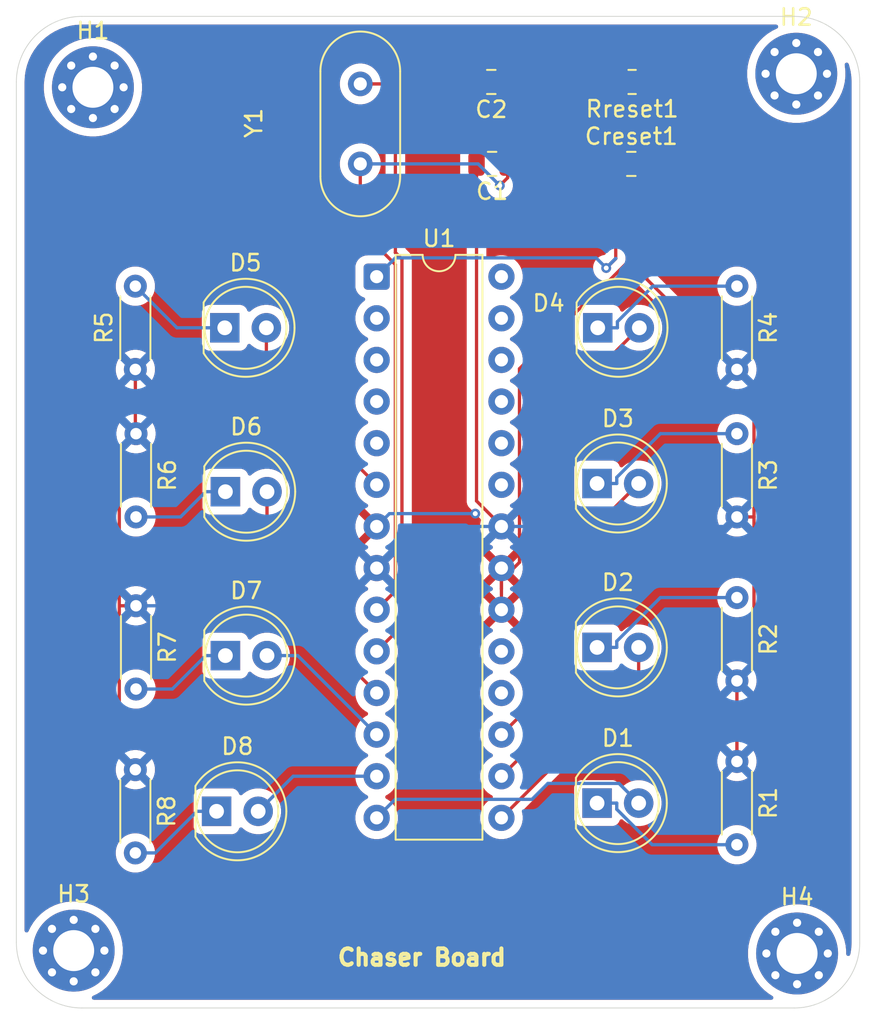
<source format=kicad_pcb>
(kicad_pcb (version 20241229) (generator "pcbnew") (generator_version "9.0")
  (layers (0 "F.Cu" signal) (2 "B.Cu" signal) (13 "F.Paste" user) (15 "B.Paste" user) (5 "F.SilkS" user "F.Silkscreen") (7 "B.SilkS" user "B.Silkscreen") (1 "F.Mask" user) (3 "B.Mask" user) (25 "Edge.Cuts" user))
  (net 0 "")
  (net 1 "GND")
  (net 2 "Net-(U1-XTAL1{slash}PB6)")
  (net 3 "Net-(U1-XTAL2{slash}PB7)")
  (net 4 "Net-(U1-~{RESET}{slash}PC6)")
  (net 5 "Net-(D1-K)")
  (net 6 "d1")
  (net 7 "Net-(D2-K)")
  (net 8 "d2")
  (net 9 "d3")
  (net 10 "Net-(D3-K)")
  (net 11 "d4")
  (net 12 "Net-(D4-K)")
  (net 13 "d5")
  (net 14 "Net-(D5-K)")
  (net 15 "d6")
  (net 16 "Net-(D6-K)")
  (net 17 "d7")
  (net 18 "Net-(D7-K)")
  (net 19 "Net-(D8-K)")
  (net 20 "d8")
  (net 21 "+5V")
  (footprint "LED_THT:LED_D5.0mm" (layer "F.Cu") (at 120.46 94)
    (property "Reference" "D2" (at 1.27 -3.96 0) (layer "F.SilkS"))
    (property "Value" "LED")
    (fp_line (start -1.29 -1.545) (end -1.29 1.545) (stroke (width 0.12)) (layer "F.SilkS"))
    (fp_arc (start -1.29 -1.54483) (mid 2.071779 -2.880495) (end 4.26 0) (stroke (width 0.12)) (layer "F.SilkS"))
    (fp_arc (start 4.26 0) (mid 2.071779 2.880495) (end -1.29 1.54483) (stroke (width 0.12)) (layer "F.SilkS"))
    (fp_circle (center 1.27 0) (end 3.77 0) (stroke (width 0.12)) (fill no) (layer "F.SilkS"))
    (pad "1" thru_hole rect (at 0 0) (size 1.8 1.8) (drill 0.9) (layers "*.Cu" "*.Mask") (net 7 "Net-(D2-K)"))
    (pad "2" thru_hole circle (at 2.54 0) (size 1.8 1.8) (drill 0.9) (layers "*.Cu" "*.Mask") (net 8 "d2"))
  )
  (footprint "Resistor_SMD:R_0805_2012Metric_Pad1.20x1.40mm_HandSolder" (layer "F.Cu") (at 122.6 59.5 180)
    (property "Reference" "Rreset1" (at 0 -1.65 0) (layer "F.SilkS"))
    (property "Value" "10k")
    (fp_line (start -0.227064 0.735) (end 0.227064 0.735) (stroke (width 0.12)) (layer "F.SilkS"))
    (fp_line (start -0.227064 -0.735) (end 0.227064 -0.735) (stroke (width 0.12)) (layer "F.SilkS"))
    (pad "1" smd roundrect (at -1 0 180) (size 1.2 1.4) (layers "F.Cu" "F.Mask" "F.Paste") (roundrect_rratio 0.208333) (net 21 "+5V"))
    (pad "2" smd roundrect (at 1 0 180) (size 1.2 1.4) (layers "F.Cu" "F.Mask" "F.Paste") (roundrect_rratio 0.208333) (net 4 "Net-(U1-~{RESET}{slash}PC6)"))
  )
  (footprint "LED_THT:LED_D5.0mm" (layer "F.Cu") (at 120.46 84)
    (property "Reference" "D3" (at 1.27 -3.96 0) (layer "F.SilkS"))
    (property "Value" "LED")
    (fp_line (start -1.29 -1.545) (end -1.29 1.545) (stroke (width 0.12)) (layer "F.SilkS"))
    (fp_arc (start -1.29 -1.54483) (mid 2.071779 -2.880495) (end 4.26 0) (stroke (width 0.12)) (layer "F.SilkS"))
    (fp_arc (start 4.26 0) (mid 2.071779 2.880495) (end -1.29 1.54483) (stroke (width 0.12)) (layer "F.SilkS"))
    (fp_circle (center 1.27 0) (end 3.77 0) (stroke (width 0.12)) (fill no) (layer "F.SilkS"))
    (pad "1" thru_hole rect (at 0 0) (size 1.8 1.8) (drill 0.9) (layers "*.Cu" "*.Mask") (net 10 "Net-(D3-K)"))
    (pad "2" thru_hole circle (at 2.54 0) (size 1.8 1.8) (drill 0.9) (layers "*.Cu" "*.Mask") (net 9 "d3"))
  )
  (footprint "Resistor_THT:R_Axial_DIN0204_L3.6mm_D1.6mm_P5.08mm_Horizontal" (layer "F.Cu") (at 129 90.96 -90)
    (property "Reference" "R2" (at 2.54 -1.92 90) (layer "F.SilkS"))
    (property "Value" "300")
    (fp_line (start 0.62 0.92) (end 4.46 0.92) (stroke (width 0.12)) (layer "F.SilkS"))
    (fp_line (start 0.62 -0.92) (end 4.46 -0.92) (stroke (width 0.12)) (layer "F.SilkS"))
    (pad "1" thru_hole circle (at 0 0 270) (size 1.4 1.4) (drill 0.7) (layers "*.Cu" "*.Mask") (net 7 "Net-(D2-K)"))
    (pad "2" thru_hole circle (at 5.08 0 270) (size 1.4 1.4) (drill 0.7) (layers "*.Cu" "*.Mask") (net 1 "GND"))
  )
  (footprint "MountingHole:MountingHole_2.5mm_Pad_Via" (layer "F.Cu") (at 88.5 112.5)
    (property "Reference" "H3" (at 0 -3.45 0) (layer "F.SilkS"))
    (property "Value" "MountingHole" (hide yes))
    (pad "1" thru_hole circle (at -1.875 0) (size 0.8 0.8) (drill 0.5) (layers "*.Cu" "*.Mask"))
    (pad "1" thru_hole circle (at -1.325825 -1.325825) (size 0.8 0.8) (drill 0.5) (layers "*.Cu" "*.Mask"))
    (pad "1" thru_hole circle (at -1.325825 1.325825) (size 0.8 0.8) (drill 0.5) (layers "*.Cu" "*.Mask"))
    (pad "1" thru_hole circle (at 0 -1.875) (size 0.8 0.8) (drill 0.5) (layers "*.Cu" "*.Mask"))
    (pad "1" thru_hole circle (at 0 0) (size 5 5) (drill 2.5) (layers "*.Cu" "*.Mask"))
    (pad "1" thru_hole circle (at 0 1.875) (size 0.8 0.8) (drill 0.5) (layers "*.Cu" "*.Mask"))
    (pad "1" thru_hole circle (at 1.325825 -1.325825) (size 0.8 0.8) (drill 0.5) (layers "*.Cu" "*.Mask"))
    (pad "1" thru_hole circle (at 1.325825 1.325825) (size 0.8 0.8) (drill 0.5) (layers "*.Cu" "*.Mask"))
    (pad "1" thru_hole circle (at 1.875 0) (size 0.8 0.8) (drill 0.5) (layers "*.Cu" "*.Mask"))
  )
  (footprint "Crystal:Crystal_HC49-4H_Vertical" (layer "F.Cu") (at 106 64.5 90)
    (property "Reference" "Y1" (at 2.5 -6.5 90) (layer "F.SilkS"))
    (property "Value" "Crystal")
    (fp_line (start -0.76 -2.435) (end 5.64 -2.435) (stroke (width 0.12)) (layer "F.SilkS"))
    (fp_line (start 5.64 2.435) (end -0.76 2.435) (stroke (width 0.12)) (layer "F.SilkS"))
    (fp_arc (start 5.64 -2.435) (mid 8.075 0) (end 5.64 2.435) (stroke (width 0.12)) (layer "F.SilkS"))
    (fp_arc (start -0.76 2.435) (mid -3.195 0) (end -0.76 -2.435) (stroke (width 0.12)) (layer "F.SilkS"))
    (pad "1" thru_hole circle (at 0 0 90) (size 1.5 1.5) (drill 0.8) (layers "*.Cu" "*.Mask") (net 2 "Net-(U1-XTAL1{slash}PB6)"))
    (pad "2" thru_hole circle (at 4.88 0 90) (size 1.5 1.5) (drill 0.8) (layers "*.Cu" "*.Mask") (net 3 "Net-(U1-XTAL2{slash}PB7)"))
  )
  (footprint "LED_THT:LED_D5.0mm" (layer "F.Cu") (at 97.225 104)
    (property "Reference" "D8" (at 1.27 -3.96 0) (layer "F.SilkS"))
    (property "Value" "LED")
    (fp_line (start -1.29 -1.545) (end -1.29 1.545) (stroke (width 0.12)) (layer "F.SilkS"))
    (fp_arc (start -1.29 -1.54483) (mid 2.071779 -2.880495) (end 4.26 0) (stroke (width 0.12)) (layer "F.SilkS"))
    (fp_arc (start 4.26 0) (mid 2.071779 2.880495) (end -1.29 1.54483) (stroke (width 0.12)) (layer "F.SilkS"))
    (fp_circle (center 1.27 0) (end 3.77 0) (stroke (width 0.12)) (fill no) (layer "F.SilkS"))
    (pad "1" thru_hole rect (at 0 0) (size 1.8 1.8) (drill 0.9) (layers "*.Cu" "*.Mask") (net 19 "Net-(D8-K)"))
    (pad "2" thru_hole circle (at 2.54 0) (size 1.8 1.8) (drill 0.9) (layers "*.Cu" "*.Mask") (net 20 "d8"))
  )
  (footprint "MountingHole:MountingHole_2.5mm_Pad_Via" (layer "F.Cu") (at 89.6742 59.8258)
    (property "Reference" "H1" (at 0 -3.45 0) (layer "F.SilkS"))
    (property "Value" "MountingHole" (hide yes))
    (pad "1" thru_hole circle (at -1.875 0) (size 0.8 0.8) (drill 0.5) (layers "*.Cu" "*.Mask"))
    (pad "1" thru_hole circle (at -1.325825 -1.325825) (size 0.8 0.8) (drill 0.5) (layers "*.Cu" "*.Mask"))
    (pad "1" thru_hole circle (at -1.325825 1.325825) (size 0.8 0.8) (drill 0.5) (layers "*.Cu" "*.Mask"))
    (pad "1" thru_hole circle (at 0 -1.875) (size 0.8 0.8) (drill 0.5) (layers "*.Cu" "*.Mask"))
    (pad "1" thru_hole circle (at 0 0) (size 5 5) (drill 2.5) (layers "*.Cu" "*.Mask"))
    (pad "1" thru_hole circle (at 0 1.875) (size 0.8 0.8) (drill 0.5) (layers "*.Cu" "*.Mask"))
    (pad "1" thru_hole circle (at 1.325825 -1.325825) (size 0.8 0.8) (drill 0.5) (layers "*.Cu" "*.Mask"))
    (pad "1" thru_hole circle (at 1.325825 1.325825) (size 0.8 0.8) (drill 0.5) (layers "*.Cu" "*.Mask"))
    (pad "1" thru_hole circle (at 1.875 0) (size 0.8 0.8) (drill 0.5) (layers "*.Cu" "*.Mask"))
  )
  (footprint "LED_THT:LED_D5.0mm" (layer "F.Cu") (at 97.765 94.5)
    (property "Reference" "D7" (at 1.27 -3.96 0) (layer "F.SilkS"))
    (property "Value" "LED")
    (fp_line (start -1.29 -1.545) (end -1.29 1.545) (stroke (width 0.12)) (layer "F.SilkS"))
    (fp_arc (start -1.29 -1.54483) (mid 2.071779 -2.880495) (end 4.26 0) (stroke (width 0.12)) (layer "F.SilkS"))
    (fp_arc (start 4.26 0) (mid 2.071779 2.880495) (end -1.29 1.54483) (stroke (width 0.12)) (layer "F.SilkS"))
    (fp_circle (center 1.27 0) (end 3.77 0) (stroke (width 0.12)) (fill no) (layer "F.SilkS"))
    (pad "1" thru_hole rect (at 0 0) (size 1.8 1.8) (drill 0.9) (layers "*.Cu" "*.Mask") (net 18 "Net-(D7-K)"))
    (pad "2" thru_hole circle (at 2.54 0) (size 1.8 1.8) (drill 0.9) (layers "*.Cu" "*.Mask") (net 17 "d7"))
  )
  (footprint "LED_THT:LED_D5.0mm" (layer "F.Cu") (at 120.5 74.5)
    (property "Reference" "D4" (at -3 -1.5 0) (layer "F.SilkS"))
    (property "Value" "LED")
    (fp_line (start -1.29 -1.545) (end -1.29 1.545) (stroke (width 0.12)) (layer "F.SilkS"))
    (fp_arc (start -1.29 -1.54483) (mid 2.071779 -2.880495) (end 4.26 0) (stroke (width 0.12)) (layer "F.SilkS"))
    (fp_arc (start 4.26 0) (mid 2.071779 2.880495) (end -1.29 1.54483) (stroke (width 0.12)) (layer "F.SilkS"))
    (fp_circle (center 1.27 0) (end 3.77 0) (stroke (width 0.12)) (fill no) (layer "F.SilkS"))
    (pad "1" thru_hole rect (at 0 0) (size 1.8 1.8) (drill 0.9) (layers "*.Cu" "*.Mask") (net 12 "Net-(D4-K)"))
    (pad "2" thru_hole circle (at 2.54 0) (size 1.8 1.8) (drill 0.9) (layers "*.Cu" "*.Mask") (net 11 "d4"))
  )
  (footprint "MountingHole:MountingHole_2.5mm_Pad_Via" (layer "F.Cu") (at 132.6742 112.6742)
    (property "Reference" "H4" (at 0 -3.45 0) (layer "F.SilkS"))
    (property "Value" "MountingHole" (hide yes))
    (pad "1" thru_hole circle (at -1.875 0) (size 0.8 0.8) (drill 0.5) (layers "*.Cu" "*.Mask"))
    (pad "1" thru_hole circle (at -1.325825 -1.325825) (size 0.8 0.8) (drill 0.5) (layers "*.Cu" "*.Mask"))
    (pad "1" thru_hole circle (at -1.325825 1.325825) (size 0.8 0.8) (drill 0.5) (layers "*.Cu" "*.Mask"))
    (pad "1" thru_hole circle (at 0 -1.875) (size 0.8 0.8) (drill 0.5) (layers "*.Cu" "*.Mask"))
    (pad "1" thru_hole circle (at 0 0) (size 5 5) (drill 2.5) (layers "*.Cu" "*.Mask"))
    (pad "1" thru_hole circle (at 0 1.875) (size 0.8 0.8) (drill 0.5) (layers "*.Cu" "*.Mask"))
    (pad "1" thru_hole circle (at 1.325825 -1.325825) (size 0.8 0.8) (drill 0.5) (layers "*.Cu" "*.Mask"))
    (pad "1" thru_hole circle (at 1.325825 1.325825) (size 0.8 0.8) (drill 0.5) (layers "*.Cu" "*.Mask"))
    (pad "1" thru_hole circle (at 1.875 0) (size 0.8 0.8) (drill 0.5) (layers "*.Cu" "*.Mask"))
  )
  (footprint "Resistor_THT:R_Axial_DIN0204_L3.6mm_D1.6mm_P5.08mm_Horizontal" (layer "F.Cu") (at 92.265 101.46 -90)
    (property "Reference" "R8" (at 2.54 -1.92 90) (layer "F.SilkS"))
    (property "Value" "300")
    (fp_line (start 0.62 0.92) (end 4.46 0.92) (stroke (width 0.12)) (layer "F.SilkS"))
    (fp_line (start 0.62 -0.92) (end 4.46 -0.92) (stroke (width 0.12)) (layer "F.SilkS"))
    (pad "1" thru_hole circle (at 0 0 270) (size 1.4 1.4) (drill 0.7) (layers "*.Cu" "*.Mask") (net 1 "GND"))
    (pad "2" thru_hole circle (at 5.08 0 270) (size 1.4 1.4) (drill 0.7) (layers "*.Cu" "*.Mask") (net 19 "Net-(D8-K)"))
  )
  (footprint "Resistor_THT:R_Axial_DIN0204_L3.6mm_D1.6mm_P5.08mm_Horizontal" (layer "F.Cu") (at 129 71.96 -90)
    (property "Reference" "R4" (at 2.54 -1.92 90) (layer "F.SilkS"))
    (property "Value" "300")
    (fp_line (start 0.62 0.92) (end 4.46 0.92) (stroke (width 0.12)) (layer "F.SilkS"))
    (fp_line (start 0.62 -0.92) (end 4.46 -0.92) (stroke (width 0.12)) (layer "F.SilkS"))
    (pad "1" thru_hole circle (at 0 0 270) (size 1.4 1.4) (drill 0.7) (layers "*.Cu" "*.Mask") (net 12 "Net-(D4-K)"))
    (pad "2" thru_hole circle (at 5.08 0 270) (size 1.4 1.4) (drill 0.7) (layers "*.Cu" "*.Mask") (net 1 "GND"))
  )
  (footprint "LED_THT:LED_D5.0mm" (layer "F.Cu") (at 97.725 74.5)
    (property "Reference" "D5" (at 1.27 -3.96 0) (layer "F.SilkS"))
    (property "Value" "LED")
    (fp_line (start -1.29 -1.545) (end -1.29 1.545) (stroke (width 0.12)) (layer "F.SilkS"))
    (fp_arc (start -1.29 -1.54483) (mid 2.071779 -2.880495) (end 4.26 0) (stroke (width 0.12)) (layer "F.SilkS"))
    (fp_arc (start 4.26 0) (mid 2.071779 2.880495) (end -1.29 1.54483) (stroke (width 0.12)) (layer "F.SilkS"))
    (fp_circle (center 1.27 0) (end 3.77 0) (stroke (width 0.12)) (fill no) (layer "F.SilkS"))
    (pad "1" thru_hole rect (at 0 0) (size 1.8 1.8) (drill 0.9) (layers "*.Cu" "*.Mask") (net 14 "Net-(D5-K)"))
    (pad "2" thru_hole circle (at 2.54 0) (size 1.8 1.8) (drill 0.9) (layers "*.Cu" "*.Mask") (net 13 "d5"))
  )
  (footprint "Capacitor_SMD:C_0805_2012Metric" (layer "F.Cu") (at 122.55 64.5)
    (property "Reference" "Creset1" (at 0 -1.68 0) (layer "F.SilkS"))
    (property "Value" "0.1u")
    (fp_line (start -0.261252 -0.735) (end 0.261252 -0.735) (stroke (width 0.12)) (layer "F.SilkS"))
    (fp_line (start -0.261252 0.735) (end 0.261252 0.735) (stroke (width 0.12)) (layer "F.SilkS"))
    (pad "1" smd roundrect (at -0.95 0) (size 1 1.45) (layers "F.Cu" "F.Mask" "F.Paste") (net 4 "Net-(U1-~{RESET}{slash}PC6)"))
    (pad "2" smd roundrect (at 0.95 0) (size 1 1.45) (layers "F.Cu" "F.Mask" "F.Paste") (net 1 "GND"))
  )
  (footprint "LED_THT:LED_D5.0mm" (layer "F.Cu") (at 120.46 103.5)
    (property "Reference" "D1" (at 1.27 -3.96 0) (layer "F.SilkS"))
    (property "Value" "LED")
    (fp_line (start -1.29 -1.545) (end -1.29 1.545) (stroke (width 0.12)) (layer "F.SilkS"))
    (fp_arc (start -1.29 -1.54483) (mid 2.071779 -2.880495) (end 4.26 0) (stroke (width 0.12)) (layer "F.SilkS"))
    (fp_arc (start 4.26 0) (mid 2.071779 2.880495) (end -1.29 1.54483) (stroke (width 0.12)) (layer "F.SilkS"))
    (fp_circle (center 1.27 0) (end 3.77 0) (stroke (width 0.12)) (fill no) (layer "F.SilkS"))
    (pad "1" thru_hole rect (at 0 0) (size 1.8 1.8) (drill 0.9) (layers "*.Cu" "*.Mask") (net 5 "Net-(D1-K)"))
    (pad "2" thru_hole circle (at 2.54 0) (size 1.8 1.8) (drill 0.9) (layers "*.Cu" "*.Mask") (net 6 "d1"))
  )
  (footprint "Capacitor_SMD:C_0805_2012Metric" (layer "F.Cu") (at 114.05 64.5 180)
    (property "Reference" "C1" (at 0 -1.68 0) (layer "F.SilkS"))
    (property "Value" "22p")
    (fp_line (start -0.261252 0.735) (end 0.261252 0.735) (stroke (width 0.12)) (layer "F.SilkS"))
    (fp_line (start -0.261252 -0.735) (end 0.261252 -0.735) (stroke (width 0.12)) (layer "F.SilkS"))
    (pad "1" smd roundrect (at -0.95 0 180) (size 1 1.45) (layers "F.Cu" "F.Mask" "F.Paste") (net 2 "Net-(U1-XTAL1{slash}PB6)"))
    (pad "2" smd roundrect (at 0.95 0 180) (size 1 1.45) (layers "F.Cu" "F.Mask" "F.Paste") (net 1 "GND"))
  )
  (footprint "Package_DIP:DIP-28_W7.62mm" (layer "F.Cu") (at 107 71.38)
    (property "Reference" "U1" (at 3.81 -2.33 0) (layer "F.SilkS"))
    (property "Value" "ATmega328-P")
    (fp_line (start 1.16 -1.33) (end 1.16 34.35) (stroke (width 0.12)) (layer "F.SilkS"))
    (fp_line (start 1.16 34.35) (end 6.46 34.35) (stroke (width 0.12)) (layer "F.SilkS"))
    (fp_line (start 2.81 -1.33) (end 1.16 -1.33) (stroke (width 0.12)) (layer "F.SilkS"))
    (fp_line (start 6.46 -1.33) (end 4.81 -1.33) (stroke (width 0.12)) (layer "F.SilkS"))
    (fp_line (start 6.46 34.35) (end 6.46 -1.33) (stroke (width 0.12)) (layer "F.SilkS"))
    (fp_arc (start 4.81 -1.33) (mid 3.81 -0.33) (end 2.81 -1.33) (stroke (width 0.12)) (layer "F.SilkS"))
    (pad "1" thru_hole roundrect (at 0 0) (size 1.6 1.6) (drill 0.8) (layers "*.Cu" "*.Mask") (roundrect_rratio 0.15625) (net 4 "Net-(U1-~{RESET}{slash}PC6)"))
    (pad "2" thru_hole circle (at 0 2.54) (size 1.6 1.6) (drill 0.8) (layers "*.Cu" "*.Mask"))
    (pad "3" thru_hole circle (at 0 5.08) (size 1.6 1.6) (drill 0.8) (layers "*.Cu" "*.Mask"))
    (pad "4" thru_hole circle (at 0 7.62) (size 1.6 1.6) (drill 0.8) (layers "*.Cu" "*.Mask"))
    (pad "5" thru_hole circle (at 0 10.16) (size 1.6 1.6) (drill 0.8) (layers "*.Cu" "*.Mask"))
    (pad "6" thru_hole circle (at 0 12.7) (size 1.6 1.6) (drill 0.8) (layers "*.Cu" "*.Mask") (net 13 "d5"))
    (pad "7" thru_hole circle (at 0 15.24) (size 1.6 1.6) (drill 0.8) (layers "*.Cu" "*.Mask") (net 21 "+5V"))
    (pad "8" thru_hole circle (at 0 17.78) (size 1.6 1.6) (drill 0.8) (layers "*.Cu" "*.Mask") (net 1 "GND"))
    (pad "9" thru_hole circle (at 0 20.32) (size 1.6 1.6) (drill 0.8) (layers "*.Cu" "*.Mask") (net 2 "Net-(U1-XTAL1{slash}PB6)"))
    (pad "10" thru_hole circle (at 0 22.86) (size 1.6 1.6) (drill 0.8) (layers "*.Cu" "*.Mask") (net 3 "Net-(U1-XTAL2{slash}PB7)"))
    (pad "11" thru_hole circle (at 0 25.4) (size 1.6 1.6) (drill 0.8) (layers "*.Cu" "*.Mask") (net 15 "d6"))
    (pad "12" thru_hole circle (at 0 27.94) (size 1.6 1.6) (drill 0.8) (layers "*.Cu" "*.Mask") (net 17 "d7"))
    (pad "13" thru_hole circle (at 0 30.48) (size 1.6 1.6) (drill 0.8) (layers "*.Cu" "*.Mask") (net 20 "d8"))
    (pad "14" thru_hole circle (at 0 33.02) (size 1.6 1.6) (drill 0.8) (layers "*.Cu" "*.Mask") (net 6 "d1"))
    (pad "15" thru_hole circle (at 7.62 33.02) (size 1.6 1.6) (drill 0.8) (layers "*.Cu" "*.Mask") (net 8 "d2"))
    (pad "16" thru_hole circle (at 7.62 30.48) (size 1.6 1.6) (drill 0.8) (layers "*.Cu" "*.Mask") (net 9 "d3"))
    (pad "17" thru_hole circle (at 7.62 27.94) (size 1.6 1.6) (drill 0.8) (layers "*.Cu" "*.Mask") (net 11 "d4"))
    (pad "18" thru_hole circle (at 7.62 25.4) (size 1.6 1.6) (drill 0.8) (layers "*.Cu" "*.Mask"))
    (pad "19" thru_hole circle (at 7.62 22.86) (size 1.6 1.6) (drill 0.8) (layers "*.Cu" "*.Mask"))
    (pad "20" thru_hole circle (at 7.62 20.32) (size 1.6 1.6) (drill 0.8) (layers "*.Cu" "*.Mask") (net 21 "+5V"))
    (pad "21" thru_hole circle (at 7.62 17.78) (size 1.6 1.6) (drill 0.8) (layers "*.Cu" "*.Mask") (net 21 "+5V"))
    (pad "22" thru_hole circle (at 7.62 15.24) (size 1.6 1.6) (drill 0.8) (layers "*.Cu" "*.Mask") (net 1 "GND"))
    (pad "23" thru_hole circle (at 7.62 12.7) (size 1.6 1.6) (drill 0.8) (layers "*.Cu" "*.Mask"))
    (pad "24" thru_hole circle (at 7.62 10.16) (size 1.6 1.6) (drill 0.8) (layers "*.Cu" "*.Mask"))
    (pad "25" thru_hole circle (at 7.62 7.62) (size 1.6 1.6) (drill 0.8) (layers "*.Cu" "*.Mask"))
    (pad "26" thru_hole circle (at 7.62 5.08) (size 1.6 1.6) (drill 0.8) (layers "*.Cu" "*.Mask"))
    (pad "27" thru_hole circle (at 7.62 2.54) (size 1.6 1.6) (drill 0.8) (layers "*.Cu" "*.Mask"))
    (pad "28" thru_hole circle (at 7.62 0) (size 1.6 1.6) (drill 0.8) (layers "*.Cu" "*.Mask"))
  )
  (footprint "Resistor_THT:R_Axial_DIN0204_L3.6mm_D1.6mm_P5.08mm_Horizontal" (layer "F.Cu") (at 92.305 80.96 -90)
    (property "Reference" "R6" (at 2.54 -1.92 90) (layer "F.SilkS"))
    (property "Value" "300")
    (fp_line (start 0.62 0.92) (end 4.46 0.92) (stroke (width 0.12)) (layer "F.SilkS"))
    (fp_line (start 0.62 -0.92) (end 4.46 -0.92) (stroke (width 0.12)) (layer "F.SilkS"))
    (pad "1" thru_hole circle (at 0 0 270) (size 1.4 1.4) (drill 0.7) (layers "*.Cu" "*.Mask") (net 1 "GND"))
    (pad "2" thru_hole circle (at 5.08 0 270) (size 1.4 1.4) (drill 0.7) (layers "*.Cu" "*.Mask") (net 16 "Net-(D6-K)"))
  )
  (footprint "MountingHole:MountingHole_2.5mm_Pad_Via" (layer "F.Cu") (at 132.625 59)
    (property "Reference" "H2" (at 0 -3.45 0) (layer "F.SilkS"))
    (property "Value" "MountingHole" (hide yes))
    (pad "1" thru_hole circle (at -1.875 0) (size 0.8 0.8) (drill 0.5) (layers "*.Cu" "*.Mask"))
    (pad "1" thru_hole circle (at -1.325825 -1.325825) (size 0.8 0.8) (drill 0.5) (layers "*.Cu" "*.Mask"))
    (pad "1" thru_hole circle (at -1.325825 1.325825) (size 0.8 0.8) (drill 0.5) (layers "*.Cu" "*.Mask"))
    (pad "1" thru_hole circle (at 0 -1.875) (size 0.8 0.8) (drill 0.5) (layers "*.Cu" "*.Mask"))
    (pad "1" thru_hole circle (at 0 0) (size 5 5) (drill 2.5) (layers "*.Cu" "*.Mask"))
    (pad "1" thru_hole circle (at 0 1.875) (size 0.8 0.8) (drill 0.5) (layers "*.Cu" "*.Mask"))
    (pad "1" thru_hole circle (at 1.325825 -1.325825) (size 0.8 0.8) (drill 0.5) (layers "*.Cu" "*.Mask"))
    (pad "1" thru_hole circle (at 1.325825 1.325825) (size 0.8 0.8) (drill 0.5) (layers "*.Cu" "*.Mask"))
    (pad "1" thru_hole circle (at 1.875 0) (size 0.8 0.8) (drill 0.5) (layers "*.Cu" "*.Mask"))
  )
  (footprint "Resistor_THT:R_Axial_DIN0204_L3.6mm_D1.6mm_P5.08mm_Horizontal" (layer "F.Cu") (at 129 100.96 -90)
    (property "Reference" "R1" (at 2.54 -1.92 90) (layer "F.SilkS"))
    (property "Value" "300")
    (fp_line (start 0.62 0.92) (end 4.46 0.92) (stroke (width 0.12)) (layer "F.SilkS"))
    (fp_line (start 0.62 -0.92) (end 4.46 -0.92) (stroke (width 0.12)) (layer "F.SilkS"))
    (pad "1" thru_hole circle (at 0 0 270) (size 1.4 1.4) (drill 0.7) (layers "*.Cu" "*.Mask") (net 1 "GND"))
    (pad "2" thru_hole circle (at 5.08 0 270) (size 1.4 1.4) (drill 0.7) (layers "*.Cu" "*.Mask") (net 5 "Net-(D1-K)"))
  )
  (footprint "Capacitor_SMD:C_0805_2012Metric" (layer "F.Cu") (at 114 59.5 180)
    (property "Reference" "C2" (at 0 -1.68 0) (layer "F.SilkS"))
    (property "Value" "22p")
    (fp_line (start -0.261252 0.735) (end 0.261252 0.735) (stroke (width 0.12)) (layer "F.SilkS"))
    (fp_line (start -0.261252 -0.735) (end 0.261252 -0.735) (stroke (width 0.12)) (layer "F.SilkS"))
    (pad "1" smd roundrect (at -0.95 0 180) (size 1 1.45) (layers "F.Cu" "F.Mask" "F.Paste") (net 3 "Net-(U1-XTAL2{slash}PB7)"))
    (pad "2" smd roundrect (at 0.95 0 180) (size 1 1.45) (layers "F.Cu" "F.Mask" "F.Paste") (net 1 "GND"))
  )
  (footprint "Resistor_THT:R_Axial_DIN0204_L3.6mm_D1.6mm_P5.08mm_Horizontal" (layer "F.Cu") (at 92.305 91.46 -90)
    (property "Reference" "R7" (at 2.54 -1.92 90) (layer "F.SilkS"))
    (property "Value" "300")
    (fp_line (start 0.62 0.92) (end 4.46 0.92) (stroke (width 0.12)) (layer "F.SilkS"))
    (fp_line (start 0.62 -0.92) (end 4.46 -0.92) (stroke (width 0.12)) (layer "F.SilkS"))
    (pad "1" thru_hole circle (at 0 0 270) (size 1.4 1.4) (drill 0.7) (layers "*.Cu" "*.Mask") (net 1 "GND"))
    (pad "2" thru_hole circle (at 5.08 0 270) (size 1.4 1.4) (drill 0.7) (layers "*.Cu" "*.Mask") (net 18 "Net-(D7-K)"))
  )
  (footprint "Resistor_THT:R_Axial_DIN0204_L3.6mm_D1.6mm_P5.08mm_Horizontal" (layer "F.Cu") (at 92.265 77.04 90)
    (property "Reference" "R5" (at 2.54 -1.92 90) (layer "F.SilkS"))
    (property "Value" "300")
    (fp_line (start 0.62 -0.92) (end 4.46 -0.92) (stroke (width 0.12)) (layer "F.SilkS"))
    (fp_line (start 0.62 0.92) (end 4.46 0.92) (stroke (width 0.12)) (layer "F.SilkS"))
    (pad "1" thru_hole circle (at 0 0 90) (size 1.4 1.4) (drill 0.7) (layers "*.Cu" "*.Mask") (net 1 "GND"))
    (pad "2" thru_hole circle (at 5.08 0 90) (size 1.4 1.4) (drill 0.7) (layers "*.Cu" "*.Mask") (net 14 "Net-(D5-K)"))
  )
  (footprint "LED_THT:LED_D5.0mm" (layer "F.Cu") (at 97.765 84.5)
    (property "Reference" "D6" (at 1.27 -3.96 0) (layer "F.SilkS"))
    (property "Value" "LED")
    (fp_line (start -1.29 -1.545) (end -1.29 1.545) (stroke (width 0.12)) (layer "F.SilkS"))
    (fp_arc (start -1.29 -1.54483) (mid 2.071779 -2.880495) (end 4.26 0) (stroke (width 0.12)) (layer "F.SilkS"))
    (fp_arc (start 4.26 0) (mid 2.071779 2.880495) (end -1.29 1.54483) (stroke (width 0.12)) (layer "F.SilkS"))
    (fp_circle (center 1.27 0) (end 3.77 0) (stroke (width 0.12)) (fill no) (layer "F.SilkS"))
    (pad "1" thru_hole rect (at 0 0) (size 1.8 1.8) (drill 0.9) (layers "*.Cu" "*.Mask") (net 16 "Net-(D6-K)"))
    (pad "2" thru_hole circle (at 2.54 0) (size 1.8 1.8) (drill 0.9) (layers "*.Cu" "*.Mask") (net 15 "d6"))
  )
  (footprint "Resistor_THT:R_Axial_DIN0204_L3.6mm_D1.6mm_P5.08mm_Horizontal" (layer "F.Cu") (at 129 80.96 -90)
    (property "Reference" "R3" (at 2.54 -1.92 90) (layer "F.SilkS"))
    (property "Value" "300")
    (fp_line (start 0.62 0.92) (end 4.46 0.92) (stroke (width 0.12)) (layer "F.SilkS"))
    (fp_line (start 0.62 -0.92) (end 4.46 -0.92) (stroke (width 0.12)) (layer "F.SilkS"))
    (pad "1" thru_hole circle (at 0 0 270) (size 1.4 1.4) (drill 0.7) (layers "*.Cu" "*.Mask") (net 10 "Net-(D3-K)"))
    (pad "2" thru_hole circle (at 5.08 0 270) (size 1.4 1.4) (drill 0.7) (layers "*.Cu" "*.Mask") (net 1 "GND"))
  )
  (gr_line (start 132.5 55.5) (end 89 55.5) (stroke (width 0.05)) (layer "Edge.Cuts"))
  (gr_line (start 85 59.5) (end 85 112) (stroke (width 0.05)) (layer "Edge.Cuts"))
  (gr_arc (start 89 116) (mid 86.171573 114.828427) (end 85 112) (stroke (width 0.05)) (layer "Edge.Cuts"))
  (gr_line (start 89 116) (end 132.5 116) (stroke (width 0.05)) (layer "Edge.Cuts"))
  (gr_arc (start 136.5 112) (mid 135.328427 114.828427) (end 132.5 116) (stroke (width 0.05)) (layer "Edge.Cuts"))
  (gr_arc (start 85 59.5) (mid 86.171573 56.671573) (end 89 55.5) (stroke (width 0.05)) (layer "Edge.Cuts"))
  (gr_line (start 136.5 112) (end 136.5 59.5) (stroke (width 0.05)) (layer "Edge.Cuts"))
  (gr_arc (start 132.5 55.5) (mid 135.328427 56.671573) (end 136.5 59.5) (stroke (width 0.05)) (layer "Edge.Cuts"))
  (gr_text "Chaser Board" (at 104.5 113.5 0) (layer "F.SilkS") (effects (font (size 1 1) (thickness 0.25) (bold yes)) (justify left bottom)))
  (segment (start 92.265 101.46) (end 91.2829 100.4779) (width 0.2) (layer "F.Cu") (net 1))
  (segment (start 130.0434 94.9966) (end 129 96.04) (width 0.2) (layer "F.Cu") (net 1))
  (segment (start 129 96.04) (end 129 100.96) (width 0.2) (layer "F.Cu") (net 1))
  (segment (start 130.0434 86.04) (end 130.0434 94.9966) (width 0.2) (layer "F.Cu") (net 1))
  (segment (start 130.0434 86.04) (end 129 86.04) (width 0.2) (layer "F.Cu") (net 1))
  (segment (start 123.5 71.54) (end 129 77.04) (width 0.2) (layer "F.Cu") (net 1))
  (segment (start 92.265 80.92) (end 92.265 77.04) (width 0.2) (layer "F.Cu") (net 1))
  (segment (start 92.305 80.96) (end 92.265 80.92) (width 0.2) (layer "F.Cu") (net 1))
  (segment (start 114.62 86.62) (end 114.62 86.5851) (width 0.2) (layer "F.Cu") (net 1))
  (segment (start 123.5 64.5) (end 123.5 71.54) (width 0.2) (layer "F.Cu") (net 1))
  (segment (start 113.1 85.0651) (end 113.1 64.5) (width 0.2) (layer "F.Cu") (net 1))
  (segment (start 91.2829 81.9821) (end 92.305 80.96) (width 0.2) (layer "F.Cu") (net 1))
  (segment (start 91.2829 100.4779) (end 91.2829 91.46) (width 0.2) (layer "F.Cu") (net 1))
  (segment (start 113.05 59.5) (end 113.1 59.55) (width 0.2) (layer "F.Cu") (net 1))
  (segment (start 113.1 59.55) (end 113.1 64.5) (width 0.2) (layer "F.Cu") (net 1))
  (segment (start 114.62 86.5851) (end 113.1 85.0651) (width 0.2) (layer "F.Cu") (net 1))
  (segment (start 91.2829 91.46) (end 91.2829 81.9821) (width 0.2) (layer "F.Cu") (net 1))
  (segment (start 129 77.04) (end 130.0434 78.0834) (width 0.2) (layer "F.Cu") (net 1))
  (segment (start 91.2829 91.46) (end 92.305 91.46) (width 0.2) (layer "F.Cu") (net 1))
  (segment (start 130.0434 78.0834) (end 130.0434 86.04) (width 0.2) (layer "F.Cu") (net 1))
  (segment (start 114.62 86.62) (end 109.54 86.62) (width 0.2) (layer "B.Cu") (net 1))
  (segment (start 104.7 91.46) (end 107 89.16) (width 0.2) (layer "B.Cu") (net 1))
  (segment (start 92.305 91.46) (end 104.7 91.46) (width 0.2) (layer "B.Cu") (net 1))
  (segment (start 128.42 86.62) (end 114.62 86.62) (width 0.2) (layer "B.Cu") (net 1))
  (segment (start 109.54 86.62) (end 107 89.16) (width 0.2) (layer "B.Cu") (net 1))
  (segment (start 129 86.04) (end 128.42 86.62) (width 0.2) (layer "B.Cu") (net 1))
  (segment (start 114.5189 65.823) (end 114.6091 65.7328) (width 0.2) (layer "F.Cu") (net 2))
  (segment (start 108.1434 70.6419) (end 106 68.4985) (width 0.2) (layer "F.Cu") (net 2))
  (segment (start 114.6091 65.7328) (end 114.5189 65.823) (width 0.2) (layer "F.Cu") (net 2))
  (segment (start 108.1434 90.5566) (end 108.1434 70.6419) (width 0.2) (layer "F.Cu") (net 2))
  (segment (start 115 65.3419) (end 115 64.5) (width 0.2) (layer "F.Cu") (net 2))
  (segment (start 106 68.4985) (end 106 64.5) (width 0.2) (layer "F.Cu") (net 2))
  (segment (start 107 91.7) (end 108.1434 90.5566) (width 0.2) (layer "F.Cu") (net 2))
  (segment (start 114.5189 65.823) (end 115 65.3419) (width 0.2) (layer "F.Cu") (net 2))
  (via (at 114.5189 65.823) (size 0.6) (drill 0.3) (layers "F.Cu" "B.Cu") (net 2))
  (segment (start 114.6091 65.7328) (end 114.5189 65.823) (width 0.2) (layer "B.Cu") (net 2))
  (segment (start 113.1959 64.5) (end 114.5189 65.823) (width 0.2) (layer "B.Cu") (net 2))
  (segment (start 106 64.5) (end 113.1959 64.5) (width 0.2) (layer "B.Cu") (net 2))
  (segment (start 114.5189 65.823) (end 114.6091 65.7328) (width 0.2) (layer "B.Cu") (net 2))
  (segment (start 108.1434 59.62) (end 109.3449 58.4185) (width 0.2) (layer "F.Cu") (net 3))
  (segment (start 108.1434 69.9108) (end 108.1434 59.62) (width 0.2) (layer "F.Cu") (net 3))
  (segment (start 106 59.62) (end 108.1434 59.62) (width 0.2) (layer "F.Cu") (net 3))
  (segment (start 108.5451 70.3125) (end 108.3097 70.0771) (width 0.2) (layer "F.Cu") (net 3))
  (segment (start 108.3097 70.0771) (end 108.1434 69.9108) (width 0.2) (layer "F.Cu") (net 3))
  (segment (start 108.3097 70.0771) (end 108.1434 69.9108) (width 0.2) (layer "F.Cu") (net 3))
  (segment (start 107 94.24) (end 108.5451 92.6949) (width 0.2) (layer "F.Cu") (net 3))
  (segment (start 113.8685 58.4185) (end 114.95 59.5) (width 0.2) (layer "F.Cu") (net 3))
  (segment (start 108.5451 92.6949) (end 108.5451 70.3125) (width 0.2) (layer "F.Cu") (net 3))
  (segment (start 109.3449 58.4185) (end 113.8685 58.4185) (width 0.2) (layer "F.Cu") (net 3))
  (segment (start 121.6 64.5) (end 121.6 59.5) (width 0.2) (layer "F.Cu") (net 4))
  (segment (start 121.0175 70.8521) (end 121.6 70.2696) (width 0.2) (layer "F.Cu") (net 4))
  (segment (start 121.6 70.2696) (end 121.6 64.5) (width 0.2) (layer "F.Cu") (net 4))
  (segment (start 121.0175 70.8521) (end 121.6 70.2696) (width 0.2) (layer "F.Cu") (net 4))
  (segment (start 121.6 70.2696) (end 121.0175 70.8521) (width 0.2) (layer "F.Cu") (net 4))
  (via (at 121.0175 70.8521) (size 0.6) (drill 0.3) (layers "F.Cu" "B.Cu") (net 4))
  (segment (start 121.0175 70.8521) (end 121.6 70.2696) (width 0.2) (layer "B.Cu") (net 4))
  (segment (start 120.3987 70.2333) (end 121.0175 70.8521) (width 0.2) (layer "B.Cu") (net 4))
  (segment (start 121.6 70.2696) (end 121.0175 70.8521) (width 0.2) (layer "B.Cu") (net 4))
  (segment (start 107 71.38) (end 108.1467 70.2333) (width 0.2) (layer "B.Cu") (net 4))
  (segment (start 108.1467 70.2333) (end 120.3987 70.2333) (width 0.2) (layer "B.Cu") (net 4))
  (segment (start 123.8262 106.04) (end 121.6617 103.8755) (width 0.2) (layer "B.Cu") (net 5))
  (segment (start 120.46 103.5) (end 121.6617 103.5) (width 0.2) (layer "B.Cu") (net 5))
  (segment (start 129 106.04) (end 123.8262 106.04) (width 0.2) (layer "B.Cu") (net 5))
  (segment (start 121.6617 103.8755) (end 121.6617 103.5) (width 0.2) (layer "B.Cu") (net 5))
  (segment (start 116.4849 103.2715) (end 117.4581 102.2983) (width 0.2) (layer "B.Cu") (net 6))
  (segment (start 107 104.4) (end 108.1285 103.2715) (width 0.2) (layer "B.Cu") (net 6))
  (segment (start 121.7983 102.2983) (end 123 103.5) (width 0.2) (layer "B.Cu") (net 6))
  (segment (start 108.1285 103.2715) (end 116.4849 103.2715) (width 0.2) (layer "B.Cu") (net 6))
  (segment (start 117.4581 102.2983) (end 121.7983 102.2983) (width 0.2) (layer "B.Cu") (net 6))
  (segment (start 121.6617 94) (end 121.6617 93.6245) (width 0.2) (layer "B.Cu") (net 7))
  (segment (start 120.46 94) (end 121.6617 94) (width 0.2) (layer "B.Cu") (net 7))
  (segment (start 121.6617 93.6245) (end 124.3262 90.96) (width 0.2) (layer "B.Cu") (net 7))
  (segment (start 124.3262 90.96) (end 129 90.96) (width 0.2) (layer "B.Cu") (net 7))
  (segment (start 123 96.02) (end 114.62 104.4) (width 0.2) (layer "F.Cu") (net 8))
  (segment (start 123 94) (end 123 96.02) (width 0.2) (layer "F.Cu") (net 8))
  (segment (start 123 84) (end 118.7459 88.2541) (width 0.2) (layer "F.Cu") (net 9))
  (segment (start 118.7459 88.2541) (end 118.7459 97.7341) (width 0.2) (layer "F.Cu") (net 9))
  (segment (start 118.7459 97.7341) (end 114.62 101.86) (width 0.2) (layer "F.Cu") (net 9))
  (segment (start 124.3262 80.96) (end 121.6617 83.6245) (width 0.2) (layer "B.Cu") (net 10))
  (segment (start 120.46 84) (end 121.6617 84) (width 0.2) (layer "B.Cu") (net 10))
  (segment (start 121.6617 83.6245) (end 121.6617 84) (width 0.2) (layer "B.Cu") (net 10))
  (segment (start 129 80.96) (end 124.3262 80.96) (width 0.2) (layer "B.Cu") (net 10))
  (segment (start 118.0688 79.4712) (end 123.04 74.5) (width 0.2) (layer "F.Cu") (net 11))
  (segment (start 114.62 99.32) (end 118.0688 95.8712) (width 0.2) (layer "F.Cu") (net 11))
  (segment (start 118.0688 95.8712) (end 118.0688 79.4712) (width 0.2) (layer "F.Cu") (net 11))
  (segment (start 129 71.96) (end 123.8662 71.96) (width 0.2) (layer "B.Cu") (net 12))
  (segment (start 123.8662 71.96) (end 121.7017 74.1245) (width 0.2) (layer "B.Cu") (net 12))
  (segment (start 120.5 74.5) (end 121.7017 74.5) (width 0.2) (layer "B.Cu") (net 12))
  (segment (start 121.7017 74.1245) (end 121.7017 74.5) (width 0.2) (layer "B.Cu") (net 12))
  (segment (start 100.265 77.345) (end 107 84.08) (width 0.2) (layer "F.Cu") (net 13))
  (segment (start 100.265 74.5) (end 100.265 77.345) (width 0.2) (layer "F.Cu") (net 13))
  (segment (start 92.265 71.96) (end 94.805 74.5) (width 0.2) (layer "B.Cu") (net 14))
  (segment (start 94.805 74.5) (end 97.725 74.5) (width 0.2) (layer "B.Cu") (net 14))
  (segment (start 100.305 90.085) (end 100.305 84.5) (width 0.2) (layer "F.Cu") (net 15))
  (segment (start 107 96.78) (end 100.305 90.085) (width 0.2) (layer "F.Cu") (net 15))
  (segment (start 95.0233 86.04) (end 96.5633 84.5) (width 0.2) (layer "B.Cu") (net 16))
  (segment (start 92.305 86.04) (end 95.0233 86.04) (width 0.2) (layer "B.Cu") (net 16))
  (segment (start 97.765 84.5) (end 96.5633 84.5) (width 0.2) (layer "B.Cu") (net 16))
  (segment (start 102.18 94.5) (end 100.305 94.5) (width 0.2) (layer "B.Cu") (net 17))
  (segment (start 107 99.32) (end 102.18 94.5) (width 0.2) (layer "B.Cu") (net 17))
  (segment (start 94.5233 96.54) (end 96.5633 94.5) (width 0.2) (layer "B.Cu") (net 18))
  (segment (start 97.765 94.5) (end 96.5633 94.5) (width 0.2) (layer "B.Cu") (net 18))
  (segment (start 92.305 96.54) (end 94.5233 96.54) (width 0.2) (layer "B.Cu") (net 18))
  (segment (start 93.4833 106.54) (end 96.0233 104) (width 0.2) (layer "B.Cu") (net 19))
  (segment (start 97.225 104) (end 96.0233 104) (width 0.2) (layer "B.Cu") (net 19))
  (segment (start 92.265 106.54) (end 93.4833 106.54) (width 0.2) (layer "B.Cu") (net 19))
  (segment (start 107 101.86) (end 101.905 101.86) (width 0.2) (layer "B.Cu") (net 20))
  (segment (start 101.905 101.86) (end 99.765 104) (width 0.2) (layer "B.Cu") (net 20))
  (segment (start 114.62 89.16) (end 113.022 87.562) (width 0.2) (layer "F.Cu") (net 21))
  (segment (start 120.941 71.7774) (end 121.0417 71.7774) (width 0.2) (layer "F.Cu") (net 21))
  (segment (start 122.55 60.55) (end 123.6 59.5) (width 0.2) (layer "F.Cu") (net 21))
  (segment (start 122.55 70.2691) (end 122.55 60.55) (width 0.2) (layer "F.Cu") (net 21))
  (segment (start 114.62 90.43) (end 114.62 91.7) (width 0.2) (layer "F.Cu") (net 21))
  (segment (start 121.0417 71.7774) (end 122.55 70.2691) (width 0.2) (layer "F.Cu") (net 21))
  (segment (start 114.62 89.9117) (end 115.7202 88.8115) (width 0.2) (layer "F.Cu") (net 21))
  (segment (start 114.62 89.7537) (end 114.62 89.795) (width 0.2) (layer "F.Cu") (net 21))
  (segment (start 114.62 90.43) (end 114.62 89.9117) (width 0.2) (layer "F.Cu") (net 21))
  (segment (start 115.7202 87.0779) (end 115.7217 87.0764) (width 0.2) (layer "F.Cu") (net 21))
  (segment (start 113.022 87.562) (end 113.022 85.838) (width 0.2) (layer "F.Cu") (net 21))
  (segment (start 115.7202 88.8115) (end 115.7202 87.0779) (width 0.2) (layer "F.Cu") (net 21))
  (segment (start 114.62 89.795) (end 114.62 90.43) (width 0.2) (layer "F.Cu") (net 21))
  (segment (start 115.7217 76.9967) (end 120.941 71.7774) (width 0.2) (layer "F.Cu") (net 21))
  (segment (start 114.62 89.16) (end 114.62 89.7537) (width 0.2) (layer "F.Cu") (net 21))
  (segment (start 115.7217 87.0764) (end 115.7217 76.9967) (width 0.2) (layer "F.Cu") (net 21))
  (via (at 113.022 85.838) (size 0.6) (drill 0.3) (layers "F.Cu" "B.Cu") (net 21))
  (segment (start 113.022 85.838) (end 107.782 85.838) (width 0.2) (layer "B.Cu") (net 21))
  (segment (start 107.782 85.838) (end 107 86.62) (width 0.2) (layer "B.Cu") (net 21))
  (zone (net 21) (net_name "+5V") (layer "F.Cu") (connect_pads (clearance 0.5)) (min_thickness 0.25) (fill yes (thermal_gap 0.5) (thermal_bridge_width 0.5))
    (polygon (pts (xy 84 54.5) (xy 84 117) (xy 137.5 117) (xy 137.5 54.5)))
  )
  (zone (net 1) (net_name "GND") (layer "B.Cu") (priority 1) (connect_pads (clearance 0.5)) (min_thickness 0.25) (fill yes (thermal_gap 0.5) (thermal_bridge_width 0.5))
    (polygon (pts (xy 84 54.5) (xy 84 117) (xy 137.5 117) (xy 137.5 54.5)))
  )
)
</source>
